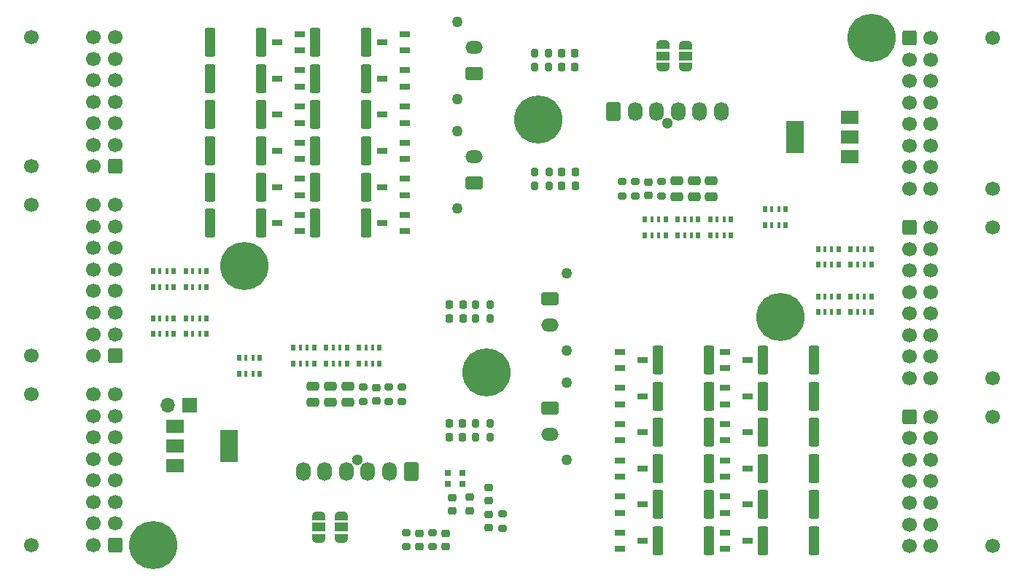
<source format=gbs>
%TF.GenerationSoftware,KiCad,Pcbnew,(6.0.9)*%
%TF.CreationDate,2023-03-24T10:36:20+01:00*%
%TF.ProjectId,bms_monitor,626d735f-6d6f-46e6-9974-6f722e6b6963,rev?*%
%TF.SameCoordinates,Original*%
%TF.FileFunction,Soldermask,Bot*%
%TF.FilePolarity,Negative*%
%FSLAX46Y46*%
G04 Gerber Fmt 4.6, Leading zero omitted, Abs format (unit mm)*
G04 Created by KiCad (PCBNEW (6.0.9)) date 2023-03-24 10:36:20*
%MOMM*%
%LPD*%
G01*
G04 APERTURE LIST*
G04 Aperture macros list*
%AMRoundRect*
0 Rectangle with rounded corners*
0 $1 Rounding radius*
0 $2 $3 $4 $5 $6 $7 $8 $9 X,Y pos of 4 corners*
0 Add a 4 corners polygon primitive as box body*
4,1,4,$2,$3,$4,$5,$6,$7,$8,$9,$2,$3,0*
0 Add four circle primitives for the rounded corners*
1,1,$1+$1,$2,$3*
1,1,$1+$1,$4,$5*
1,1,$1+$1,$6,$7*
1,1,$1+$1,$8,$9*
0 Add four rect primitives between the rounded corners*
20,1,$1+$1,$2,$3,$4,$5,0*
20,1,$1+$1,$4,$5,$6,$7,0*
20,1,$1+$1,$6,$7,$8,$9,0*
20,1,$1+$1,$8,$9,$2,$3,0*%
%AMFreePoly0*
4,1,22,0.550000,-0.750000,0.000000,-0.750000,0.000000,-0.745033,-0.079941,-0.743568,-0.215256,-0.701293,-0.333266,-0.622738,-0.424486,-0.514219,-0.481581,-0.384460,-0.499164,-0.250000,-0.500000,-0.250000,-0.500000,0.250000,-0.499164,0.250000,-0.499963,0.256109,-0.478152,0.396186,-0.417904,0.524511,-0.324060,0.630769,-0.204165,0.706417,-0.067858,0.745374,0.000000,0.744959,0.000000,0.750000,
0.550000,0.750000,0.550000,-0.750000,0.550000,-0.750000,$1*%
%AMFreePoly1*
4,1,20,0.000000,0.744959,0.073905,0.744508,0.209726,0.703889,0.328688,0.626782,0.421226,0.519385,0.479903,0.390333,0.500000,0.250000,0.500000,-0.250000,0.499851,-0.262216,0.476331,-0.402017,0.414519,-0.529596,0.319384,-0.634700,0.198574,-0.708877,0.061801,-0.746166,0.000000,-0.745033,0.000000,-0.750000,-0.550000,-0.750000,-0.550000,0.750000,0.000000,0.750000,0.000000,0.744959,
0.000000,0.744959,$1*%
G04 Aperture macros list end*
%ADD10C,5.600000*%
%ADD11C,1.700000*%
%ADD12RoundRect,0.250000X-0.600000X-0.600000X0.600000X-0.600000X0.600000X0.600000X-0.600000X0.600000X0*%
%ADD13C,1.270000*%
%ADD14RoundRect,0.250001X0.759999X-0.499999X0.759999X0.499999X-0.759999X0.499999X-0.759999X-0.499999X0*%
%ADD15O,2.020000X1.500000*%
%ADD16RoundRect,0.250000X0.600000X0.600000X-0.600000X0.600000X-0.600000X-0.600000X0.600000X-0.600000X0*%
%ADD17C,1.300000*%
%ADD18RoundRect,0.250000X-0.600000X0.850000X-0.600000X-0.850000X0.600000X-0.850000X0.600000X0.850000X0*%
%ADD19O,1.700000X2.200000*%
%ADD20RoundRect,0.250000X0.600000X-0.850000X0.600000X0.850000X-0.600000X0.850000X-0.600000X-0.850000X0*%
%ADD21RoundRect,0.250001X-0.759999X0.499999X-0.759999X-0.499999X0.759999X-0.499999X0.759999X0.499999X0*%
%ADD22R,1.700000X1.700000*%
%ADD23O,1.700000X1.700000*%
%ADD24RoundRect,0.250000X0.362500X1.425000X-0.362500X1.425000X-0.362500X-1.425000X0.362500X-1.425000X0*%
%ADD25R,1.220000X0.650000*%
%ADD26FreePoly0,90.000000*%
%ADD27R,1.500000X1.000000*%
%ADD28FreePoly1,90.000000*%
%ADD29RoundRect,0.250000X-0.362500X-1.425000X0.362500X-1.425000X0.362500X1.425000X-0.362500X1.425000X0*%
%ADD30RoundRect,0.200000X0.200000X0.275000X-0.200000X0.275000X-0.200000X-0.275000X0.200000X-0.275000X0*%
%ADD31R,0.500000X0.800000*%
%ADD32R,0.400000X0.800000*%
%ADD33RoundRect,0.250000X-0.475000X0.250000X-0.475000X-0.250000X0.475000X-0.250000X0.475000X0.250000X0*%
%ADD34RoundRect,0.200000X-0.275000X0.200000X-0.275000X-0.200000X0.275000X-0.200000X0.275000X0.200000X0*%
%ADD35RoundRect,0.200000X-0.200000X-0.275000X0.200000X-0.275000X0.200000X0.275000X-0.200000X0.275000X0*%
%ADD36RoundRect,0.225000X0.250000X-0.225000X0.250000X0.225000X-0.250000X0.225000X-0.250000X-0.225000X0*%
%ADD37RoundRect,0.225000X-0.225000X-0.250000X0.225000X-0.250000X0.225000X0.250000X-0.225000X0.250000X0*%
%ADD38R,2.000000X1.500000*%
%ADD39R,2.000000X3.800000*%
%ADD40RoundRect,0.187500X0.187500X-0.187500X0.187500X0.187500X-0.187500X0.187500X-0.187500X-0.187500X0*%
%ADD41RoundRect,0.200000X0.275000X-0.200000X0.275000X0.200000X-0.275000X0.200000X-0.275000X-0.200000X0*%
%ADD42RoundRect,0.225000X-0.250000X0.225000X-0.250000X-0.225000X0.250000X-0.225000X0.250000X0.225000X0*%
%ADD43FreePoly1,270.000000*%
%ADD44FreePoly0,270.000000*%
%ADD45RoundRect,0.250000X0.475000X-0.250000X0.475000X0.250000X-0.475000X0.250000X-0.475000X-0.250000X0*%
%ADD46RoundRect,0.225000X0.225000X0.250000X-0.225000X0.250000X-0.225000X-0.250000X0.225000X-0.250000X0*%
G04 APERTURE END LIST*
D10*
X168630600Y-97500000D03*
D11*
X193280000Y-82600000D03*
X193280000Y-65100000D03*
D12*
X183600000Y-65100000D03*
D11*
X183600000Y-67600000D03*
X183600000Y-70100000D03*
X183600000Y-72600000D03*
X183600000Y-75100000D03*
X183600000Y-77600000D03*
X183600000Y-80100000D03*
X183600000Y-82600000D03*
X186100000Y-65100000D03*
X186100000Y-67600000D03*
X186100000Y-70100000D03*
X186100000Y-72600000D03*
X186100000Y-75100000D03*
X186100000Y-77600000D03*
X186100000Y-80100000D03*
X186100000Y-82600000D03*
D13*
X131140000Y-72200000D03*
X131140000Y-63200000D03*
D14*
X133100000Y-69200000D03*
D15*
X133100000Y-66200000D03*
D11*
X81720000Y-124000000D03*
X81720000Y-106500000D03*
D16*
X91400000Y-124000000D03*
D11*
X91400000Y-121500000D03*
X91400000Y-119000000D03*
X91400000Y-116500000D03*
X91400000Y-114000000D03*
X91400000Y-111500000D03*
X91400000Y-109000000D03*
X91400000Y-106500000D03*
X88900000Y-124000000D03*
X88900000Y-121500000D03*
X88900000Y-119000000D03*
X88900000Y-116500000D03*
X88900000Y-114000000D03*
X88900000Y-111500000D03*
X88900000Y-109000000D03*
X88900000Y-106500000D03*
X81720000Y-65000000D03*
X81720000Y-80000000D03*
D16*
X91400000Y-80000000D03*
D11*
X91400000Y-77500000D03*
X91400000Y-75000000D03*
X91400000Y-72500000D03*
X91400000Y-70000000D03*
X91400000Y-67500000D03*
X91400000Y-65000000D03*
X88900000Y-80000000D03*
X88900000Y-77500000D03*
X88900000Y-75000000D03*
X88900000Y-72500000D03*
X88900000Y-70000000D03*
X88900000Y-67500000D03*
X88900000Y-65000000D03*
X193280000Y-109100000D03*
X193280000Y-124100000D03*
D12*
X183600000Y-109100000D03*
D11*
X183600000Y-111600000D03*
X183600000Y-114100000D03*
X183600000Y-116600000D03*
X183600000Y-119100000D03*
X183600000Y-121600000D03*
X183600000Y-124100000D03*
X186100000Y-109100000D03*
X186100000Y-111600000D03*
X186100000Y-114100000D03*
X186100000Y-116600000D03*
X186100000Y-119100000D03*
X186100000Y-121600000D03*
X186100000Y-124100000D03*
D13*
X131136000Y-75915000D03*
X131136000Y-84915000D03*
D14*
X133096000Y-81915000D03*
D15*
X133096000Y-78915000D03*
D17*
X119500000Y-114090000D03*
D18*
X125750000Y-115430000D03*
D19*
X123250000Y-115430000D03*
X120750000Y-115430000D03*
X118250000Y-115430000D03*
X115750000Y-115430000D03*
X113250000Y-115430000D03*
D10*
X106400600Y-91600000D03*
D17*
X155500000Y-75010000D03*
D20*
X149250000Y-73670000D03*
D19*
X151750000Y-73670000D03*
X154250000Y-73670000D03*
X156750000Y-73670000D03*
X159250000Y-73670000D03*
X161750000Y-73670000D03*
D10*
X179200000Y-65100000D03*
X140500000Y-74600000D03*
D11*
X193280000Y-87100000D03*
X193280000Y-104600000D03*
D12*
X183600000Y-87100000D03*
D11*
X183600000Y-89600000D03*
X183600000Y-92100000D03*
X183600000Y-94600000D03*
X183600000Y-97100000D03*
X183600000Y-99600000D03*
X183600000Y-102100000D03*
X183600000Y-104600000D03*
X186100000Y-87100000D03*
X186100000Y-89600000D03*
X186100000Y-92100000D03*
X186100000Y-94600000D03*
X186100000Y-97100000D03*
X186100000Y-99600000D03*
X186100000Y-102100000D03*
X186100000Y-104600000D03*
D13*
X143860000Y-92400000D03*
X143860000Y-101400000D03*
D21*
X141900000Y-95400000D03*
D15*
X141900000Y-98400000D03*
D22*
X100081000Y-107746800D03*
D23*
X97541000Y-107746800D03*
D10*
X95800000Y-124000000D03*
X134493000Y-103936800D03*
D13*
X143860000Y-105102400D03*
X143860000Y-114102400D03*
D21*
X141900000Y-108102400D03*
D15*
X141900000Y-111102400D03*
D11*
X81720000Y-102000000D03*
X81720000Y-84500000D03*
D16*
X91400000Y-102000000D03*
D11*
X91400000Y-99500000D03*
X91400000Y-97000000D03*
X91400000Y-94500000D03*
X91400000Y-92000000D03*
X91400000Y-89500000D03*
X91400000Y-87000000D03*
X91400000Y-84500000D03*
X88900000Y-102000000D03*
X88900000Y-99500000D03*
X88900000Y-97000000D03*
X88900000Y-94500000D03*
X88900000Y-92000000D03*
X88900000Y-89500000D03*
X88900000Y-87000000D03*
X88900000Y-84500000D03*
D24*
X108362500Y-69800000D03*
X102437500Y-69800000D03*
D25*
X162190000Y-120250000D03*
X162190000Y-118350000D03*
X164810000Y-119300000D03*
X112810000Y-73050000D03*
X112810000Y-74950000D03*
X110190000Y-74000000D03*
D26*
X115052100Y-123220000D03*
D27*
X115052100Y-121920000D03*
D28*
X115052100Y-120620000D03*
D25*
X162190000Y-111850000D03*
X162190000Y-109950000D03*
X164810000Y-110900000D03*
D29*
X154437500Y-115100000D03*
X160362500Y-115100000D03*
D30*
X134925000Y-96100000D03*
X133275000Y-96100000D03*
D31*
X169246400Y-86817200D03*
D32*
X168446400Y-86817200D03*
X167646400Y-86817200D03*
D31*
X166846400Y-86817200D03*
X166846400Y-85017200D03*
D32*
X167646400Y-85017200D03*
X168446400Y-85017200D03*
D31*
X169246400Y-85017200D03*
D33*
X116400000Y-105550000D03*
X116400000Y-107450000D03*
D29*
X154437500Y-106700000D03*
X160362500Y-106700000D03*
X166637500Y-119300000D03*
X172562500Y-119300000D03*
D31*
X175400000Y-91450000D03*
D32*
X174600000Y-91450000D03*
X173800000Y-91450000D03*
D31*
X173000000Y-91450000D03*
X173000000Y-89650000D03*
D32*
X173800000Y-89650000D03*
X174600000Y-89650000D03*
D31*
X175400000Y-89650000D03*
D26*
X117703600Y-123220000D03*
D27*
X117703600Y-121920000D03*
D28*
X117703600Y-120620000D03*
D34*
X123200000Y-105675000D03*
X123200000Y-107325000D03*
D25*
X162190000Y-124450000D03*
X162190000Y-122550000D03*
X164810000Y-123500000D03*
D29*
X166637500Y-110900000D03*
X172562500Y-110900000D03*
D34*
X136347200Y-120383800D03*
X136347200Y-122033800D03*
D35*
X140075000Y-68500000D03*
X141725000Y-68500000D03*
D31*
X159100000Y-88000000D03*
D32*
X158300000Y-88000000D03*
X157500000Y-88000000D03*
D31*
X156700000Y-88000000D03*
X156700000Y-86200000D03*
D32*
X157500000Y-86200000D03*
X158300000Y-86200000D03*
D31*
X159100000Y-86200000D03*
D36*
X130505200Y-120053400D03*
X130505200Y-118503400D03*
D35*
X133250000Y-111500000D03*
X134900000Y-111500000D03*
D29*
X154437500Y-123500000D03*
X160362500Y-123500000D03*
D25*
X125010000Y-77250000D03*
X125010000Y-79150000D03*
X122390000Y-78200000D03*
D31*
X179200000Y-91450000D03*
D32*
X178400000Y-91450000D03*
X177600000Y-91450000D03*
D31*
X176800000Y-91450000D03*
X176800000Y-89650000D03*
D32*
X177600000Y-89650000D03*
X178400000Y-89650000D03*
D31*
X179200000Y-89650000D03*
D24*
X108362500Y-74000000D03*
X102437500Y-74000000D03*
D25*
X112810000Y-77250000D03*
X112810000Y-79150000D03*
X110190000Y-78200000D03*
D37*
X143225000Y-66900000D03*
X144775000Y-66900000D03*
D24*
X108362500Y-78200000D03*
X102437500Y-78200000D03*
D30*
X141725000Y-66900000D03*
X140075000Y-66900000D03*
D25*
X112810000Y-68850000D03*
X112810000Y-70750000D03*
X110190000Y-69800000D03*
D24*
X120562500Y-82400000D03*
X114637500Y-82400000D03*
D31*
X99600000Y-97650000D03*
D32*
X100400000Y-97650000D03*
X101200000Y-97650000D03*
D31*
X102000000Y-97650000D03*
X102000000Y-99450000D03*
D32*
X101200000Y-99450000D03*
X100400000Y-99450000D03*
D31*
X99600000Y-99450000D03*
D25*
X149990000Y-107650000D03*
X149990000Y-105750000D03*
X152610000Y-106700000D03*
X125010000Y-68850000D03*
X125010000Y-70750000D03*
X122390000Y-69800000D03*
D31*
X95800000Y-97650000D03*
D32*
X96600000Y-97650000D03*
X97400000Y-97650000D03*
D31*
X98200000Y-97650000D03*
X98200000Y-99450000D03*
D32*
X97400000Y-99450000D03*
X96600000Y-99450000D03*
D31*
X95800000Y-99450000D03*
D25*
X149990000Y-116050000D03*
X149990000Y-114150000D03*
X152610000Y-115100000D03*
D29*
X154437500Y-102500000D03*
X160362500Y-102500000D03*
D25*
X112810000Y-64650000D03*
X112810000Y-66550000D03*
X110190000Y-65600000D03*
D31*
X115900000Y-101100000D03*
D32*
X116700000Y-101100000D03*
X117500000Y-101100000D03*
D31*
X118300000Y-101100000D03*
X118300000Y-102900000D03*
D32*
X117500000Y-102900000D03*
X116700000Y-102900000D03*
D31*
X115900000Y-102900000D03*
D29*
X154437500Y-110900000D03*
X160362500Y-110900000D03*
X166637500Y-106700000D03*
X172562500Y-106700000D03*
D31*
X155300000Y-88000000D03*
D32*
X154500000Y-88000000D03*
X153700000Y-88000000D03*
D31*
X152900000Y-88000000D03*
X152900000Y-86200000D03*
D32*
X153700000Y-86200000D03*
X154500000Y-86200000D03*
D31*
X155300000Y-86200000D03*
D33*
X118400000Y-105550000D03*
X118400000Y-107450000D03*
D36*
X134772400Y-118885000D03*
X134772400Y-117335000D03*
D31*
X102000000Y-94000000D03*
D32*
X101200000Y-94000000D03*
X100400000Y-94000000D03*
D31*
X99600000Y-94000000D03*
X99600000Y-92200000D03*
D32*
X100400000Y-92200000D03*
X101200000Y-92200000D03*
D31*
X102000000Y-92200000D03*
X105784800Y-102274800D03*
D32*
X106584800Y-102274800D03*
X107384800Y-102274800D03*
D31*
X108184800Y-102274800D03*
X108184800Y-104074800D03*
D32*
X107384800Y-104074800D03*
X106584800Y-104074800D03*
D31*
X105784800Y-104074800D03*
D30*
X134900000Y-109900000D03*
X133250000Y-109900000D03*
D38*
X98350000Y-114800000D03*
D39*
X104650000Y-112500000D03*
D38*
X98350000Y-112500000D03*
X98350000Y-110200000D03*
D40*
X131685800Y-116906200D03*
X130035800Y-116906200D03*
X130035800Y-115656200D03*
X131685800Y-115656200D03*
D37*
X143250000Y-80700000D03*
X144800000Y-80700000D03*
D25*
X125010000Y-64650000D03*
X125010000Y-66550000D03*
X122390000Y-65600000D03*
X149990000Y-124450000D03*
X149990000Y-122550000D03*
X152610000Y-123500000D03*
D41*
X125171200Y-124218200D03*
X125171200Y-122568200D03*
D31*
X176800000Y-95100000D03*
D32*
X177600000Y-95100000D03*
X178400000Y-95100000D03*
D31*
X179200000Y-95100000D03*
X179200000Y-96900000D03*
D32*
X178400000Y-96900000D03*
X177600000Y-96900000D03*
D31*
X176800000Y-96900000D03*
D37*
X143250000Y-82300000D03*
X144800000Y-82300000D03*
D25*
X112810000Y-81450000D03*
X112810000Y-83350000D03*
X110190000Y-82400000D03*
D42*
X134772400Y-120433800D03*
X134772400Y-121983800D03*
D29*
X166637500Y-102500000D03*
X172562500Y-102500000D03*
D43*
X155000700Y-68483000D03*
D27*
X155000700Y-67183000D03*
D44*
X155000700Y-65883000D03*
D45*
X160600000Y-83550000D03*
X160600000Y-81650000D03*
D25*
X162190000Y-103450000D03*
X162190000Y-101550000D03*
X164810000Y-102500000D03*
X125010000Y-73050000D03*
X125010000Y-74950000D03*
X122390000Y-74000000D03*
D31*
X119700000Y-101100000D03*
D32*
X120500000Y-101100000D03*
X121300000Y-101100000D03*
D31*
X122100000Y-101100000D03*
X122100000Y-102900000D03*
D32*
X121300000Y-102900000D03*
X120500000Y-102900000D03*
D31*
X119700000Y-102900000D03*
D29*
X154437500Y-119300000D03*
X160362500Y-119300000D03*
X166637500Y-123500000D03*
X172562500Y-123500000D03*
D46*
X131750000Y-109900000D03*
X130200000Y-109900000D03*
D25*
X162190000Y-107650000D03*
X162190000Y-105750000D03*
X164810000Y-106700000D03*
D36*
X129743200Y-124168200D03*
X129743200Y-122618200D03*
D25*
X112810000Y-85650000D03*
X112810000Y-87550000D03*
X110190000Y-86600000D03*
D31*
X162900000Y-88000000D03*
D32*
X162100000Y-88000000D03*
X161300000Y-88000000D03*
D31*
X160500000Y-88000000D03*
X160500000Y-86200000D03*
D32*
X161300000Y-86200000D03*
X162100000Y-86200000D03*
D31*
X162900000Y-86200000D03*
D25*
X149990000Y-103450000D03*
X149990000Y-101550000D03*
X152610000Y-102500000D03*
D31*
X173000000Y-95100000D03*
D32*
X173800000Y-95100000D03*
X174600000Y-95100000D03*
D31*
X175400000Y-95100000D03*
X175400000Y-96900000D03*
D32*
X174600000Y-96900000D03*
X173800000Y-96900000D03*
D31*
X173000000Y-96900000D03*
D46*
X131775000Y-97700000D03*
X130225000Y-97700000D03*
D42*
X153300000Y-81825000D03*
X153300000Y-83375000D03*
D30*
X141750000Y-80700000D03*
X140100000Y-80700000D03*
D25*
X125010000Y-81450000D03*
X125010000Y-83350000D03*
X122390000Y-82400000D03*
D24*
X108362500Y-82400000D03*
X102437500Y-82400000D03*
D25*
X149990000Y-120250000D03*
X149990000Y-118350000D03*
X152610000Y-119300000D03*
D24*
X120562500Y-86600000D03*
X114637500Y-86600000D03*
D41*
X151800000Y-83425000D03*
X151800000Y-81775000D03*
D31*
X98200000Y-94000000D03*
D32*
X97400000Y-94000000D03*
X96600000Y-94000000D03*
D31*
X95800000Y-94000000D03*
X95800000Y-92200000D03*
D32*
X96600000Y-92200000D03*
X97400000Y-92200000D03*
D31*
X98200000Y-92200000D03*
D44*
X157642300Y-65908400D03*
D27*
X157642300Y-67208400D03*
D43*
X157642300Y-68508400D03*
D46*
X131750000Y-111500000D03*
X130200000Y-111500000D03*
D36*
X121700000Y-107275000D03*
X121700000Y-105725000D03*
D41*
X120200000Y-107325000D03*
X120200000Y-105675000D03*
D37*
X143225000Y-68500000D03*
X144775000Y-68500000D03*
D41*
X150300000Y-83425000D03*
X150300000Y-81775000D03*
D42*
X126695200Y-122618200D03*
X126695200Y-124168200D03*
D29*
X166637500Y-115100000D03*
X172562500Y-115100000D03*
D24*
X120562500Y-69800000D03*
X114637500Y-69800000D03*
X108362500Y-65600000D03*
X102437500Y-65600000D03*
D34*
X154800000Y-81775000D03*
X154800000Y-83425000D03*
D42*
X132588000Y-118452600D03*
X132588000Y-120002600D03*
D24*
X108362500Y-86600000D03*
X102437500Y-86600000D03*
D46*
X131775000Y-96100000D03*
X130225000Y-96100000D03*
D24*
X120562500Y-65600000D03*
X114637500Y-65600000D03*
D38*
X176650000Y-74300000D03*
D39*
X170350000Y-76600000D03*
D38*
X176650000Y-76600000D03*
X176650000Y-78900000D03*
D35*
X133275000Y-97700000D03*
X134925000Y-97700000D03*
D34*
X124700000Y-105675000D03*
X124700000Y-107325000D03*
D45*
X156600000Y-83550000D03*
X156600000Y-81650000D03*
D24*
X120562500Y-78200000D03*
X114637500Y-78200000D03*
D25*
X125010000Y-85650000D03*
X125010000Y-87550000D03*
X122390000Y-86600000D03*
D41*
X128219200Y-124218200D03*
X128219200Y-122568200D03*
D35*
X140100000Y-82300000D03*
X141750000Y-82300000D03*
D25*
X149990000Y-111850000D03*
X149990000Y-109950000D03*
X152610000Y-110900000D03*
D45*
X158600000Y-83550000D03*
X158600000Y-81650000D03*
D33*
X114400000Y-105550000D03*
X114400000Y-107450000D03*
D25*
X162190000Y-116050000D03*
X162190000Y-114150000D03*
X164810000Y-115100000D03*
D31*
X112100000Y-101100000D03*
D32*
X112900000Y-101100000D03*
X113700000Y-101100000D03*
D31*
X114500000Y-101100000D03*
X114500000Y-102900000D03*
D32*
X113700000Y-102900000D03*
X112900000Y-102900000D03*
D31*
X112100000Y-102900000D03*
D24*
X120562500Y-74000000D03*
X114637500Y-74000000D03*
M02*

</source>
